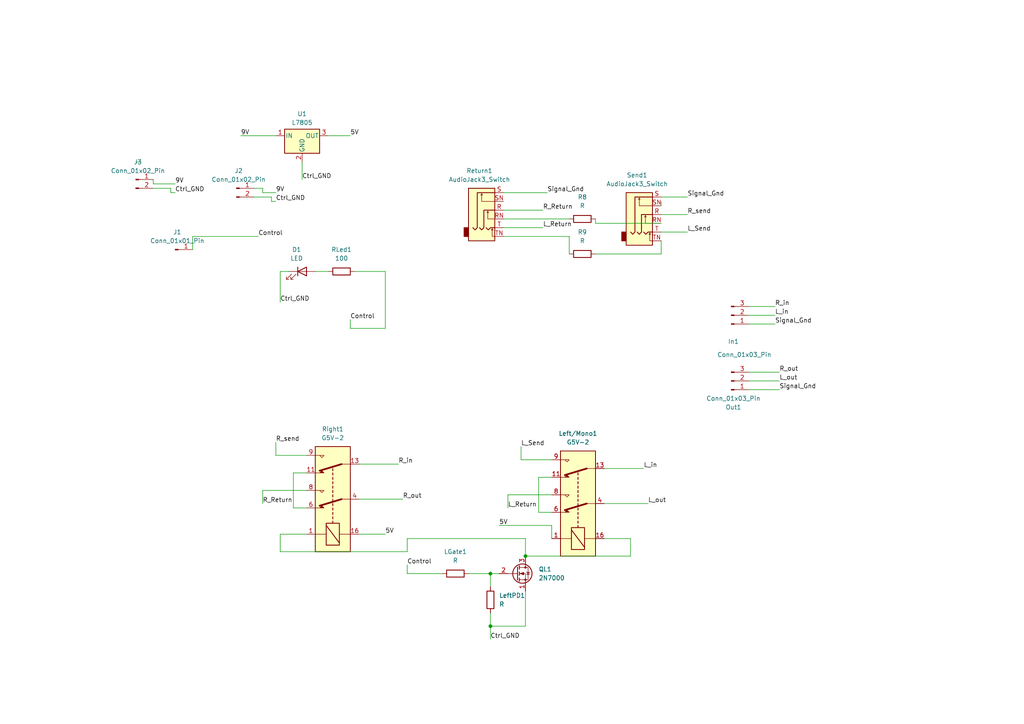
<source format=kicad_sch>
(kicad_sch (version 20230121) (generator eeschema)
  (paper "A4")
  (lib_symbols
    (symbol "Connector:Conn_01x01_Pin" (pin_names (offset 1.016) hide)
      (property "Reference" "J" (at 0 2.54 0))
      (property "Value" "Conn_01x01_Pin" (at 0 -2.54 0))
      (symbol "Conn_01x01_Pin_1_1"
        (polyline (pts (xy 1.27 0) (xy 0.8636 0)) (stroke (width 0.1524)))
        (rectangle (start 0.8636 0.127) (end 0 -0.127) (stroke (width 0.1524)) (fill (type outline)))
        (pin passive line (at 5.08 0 180) (length 3.81) (name "Pin_1") (number "1"))
      )
    )
    (symbol "Connector:Conn_01x02_Pin" (pin_names (offset 1.016) hide)
      (property "Reference" "J" (at 0 2.54 0))
      (property "Value" "Conn_01x02_Pin" (at 0 -5.08 0))
      (symbol "Conn_01x02_Pin_1_1"
        (polyline (pts (xy 1.27 -2.54) (xy 0.8636 -2.54)) (stroke (width 0.1524)))
        (polyline (pts (xy 1.27 0) (xy 0.8636 0)) (stroke (width 0.1524)))
        (rectangle (start 0.8636 -2.413) (end 0 -2.667) (stroke (width 0.1524)) (fill (type outline)))
        (rectangle (start 0.8636 0.127) (end 0 -0.127) (stroke (width 0.1524)) (fill (type outline)))
        (pin passive line (at 5.08 0 180) (length 3.81) (name "Pin_1") (number "1"))
        (pin passive line (at 5.08 -2.54 180) (length 3.81) (name "Pin_2") (number "2"))
      )
    )
    (symbol "Connector:Conn_01x03_Pin" (pin_names (offset 1.016) hide)
      (property "Reference" "J" (at 0 5.08 0))
      (property "Value" "Conn_01x03_Pin" (at 0 -5.08 0))
      (symbol "Conn_01x03_Pin_1_1"
        (polyline (pts (xy 1.27 -2.54) (xy 0.8636 -2.54)) (stroke (width 0.1524)))
        (polyline (pts (xy 1.27 0) (xy 0.8636 0)) (stroke (width 0.1524)))
        (polyline (pts (xy 1.27 2.54) (xy 0.8636 2.54)) (stroke (width 0.1524)))
        (rectangle (start 0.8636 -2.413) (end 0 -2.667) (stroke (width 0.1524)) (fill (type outline)))
        (rectangle (start 0.8636 0.127) (end 0 -0.127) (stroke (width 0.1524)) (fill (type outline)))
        (rectangle (start 0.8636 2.667) (end 0 2.413) (stroke (width 0.1524)) (fill (type outline)))
        (pin passive line (at 5.08 2.54 180) (length 3.81) (name "Pin_1") (number "1"))
        (pin passive line (at 5.08 0 180) (length 3.81) (name "Pin_2") (number "2"))
        (pin passive line (at 5.08 -2.54 180) (length 3.81) (name "Pin_3") (number "3"))
      )
    )
    (symbol "Connector_Audio:AudioJack3_Switch"
      (property "Reference" "J" (at 0 11.43 0))
      (property "Value" "AudioJack3_Switch" (at 0 8.89 0))
      (symbol "AudioJack3_Switch_0_1"
        (rectangle (start -5.08 -5.08) (end -6.35 -7.62) (stroke (width 0.254)) (fill (type outline)))
        (polyline (pts (xy -1.27 4.826) (xy -1.016 4.318)))
        (polyline (pts (xy 0.508 -0.254) (xy 0.762 -0.762)))
        (polyline (pts (xy 1.778 -5.334) (xy 2.032 -5.842)))
        (polyline (pts (xy 0 -5.08) (xy 0.635 -5.715) (xy 1.27 -5.08) (xy 2.54 -5.08)) (stroke (width 0.254)))
        (polyline (pts (xy 2.54 -7.62) (xy 1.778 -7.62) (xy 1.778 -5.334) (xy 1.524 -5.842)))
        (polyline (pts (xy 2.54 -2.54) (xy 0.508 -2.54) (xy 0.508 -0.254) (xy 0.254 -0.762)))
        (polyline (pts (xy 2.54 2.54) (xy -1.27 2.54) (xy -1.27 4.826) (xy -1.524 4.318)))
        (polyline (pts (xy -1.905 -5.08) (xy -1.27 -5.715) (xy -0.635 -5.08) (xy -0.635 0) (xy 2.54 0)) (stroke (width 0.254)))
        (polyline (pts (xy 2.54 5.08) (xy -2.54 5.08) (xy -2.54 -5.08) (xy -3.175 -5.715) (xy -3.81 -5.08)) (stroke (width 0.254)))
        (rectangle (start 2.54 6.35) (end -5.08 -8.89) (stroke (width 0.254)) (fill (type background)))
      )
      (symbol "AudioJack3_Switch_1_1"
        (pin passive line (at 5.08 0 180) (length 2.54) (name "~") (number "R"))
        (pin passive line (at 5.08 -2.54 180) (length 2.54) (name "~") (number "RN"))
        (pin passive line (at 5.08 5.08 180) (length 2.54) (name "~") (number "S"))
        (pin passive line (at 5.08 2.54 180) (length 2.54) (name "~") (number "SN"))
        (pin passive line (at 5.08 -5.08 180) (length 2.54) (name "~") (number "T"))
        (pin passive line (at 5.08 -7.62 180) (length 2.54) (name "~") (number "TN"))
      )
    )
    (symbol "Device:LED" (pin_numbers hide) (pin_names (offset 1.016) hide)
      (property "Reference" "D" (at 0 2.54 0))
      (property "Value" "LED" (at 0 -2.54 0))
      (symbol "LED_0_1"
        (polyline (pts (xy -1.27 -1.27) (xy -1.27 1.27)) (stroke (width 0.254)))
        (polyline (pts (xy -1.27 0) (xy 1.27 0)))
        (polyline (pts (xy 1.27 -1.27) (xy 1.27 1.27) (xy -1.27 0) (xy 1.27 -1.27)) (stroke (width 0.254)))
        (polyline (pts (xy -3.048 -0.762) (xy -4.572 -2.286) (xy -3.81 -2.286) (xy -4.572 -2.286) (xy -4.572 -1.524)))
        (polyline (pts (xy -1.778 -0.762) (xy -3.302 -2.286) (xy -2.54 -2.286) (xy -3.302 -2.286) (xy -3.302 -1.524)))
      )
      (symbol "LED_1_1"
        (pin passive line (at -3.81 0 0) (length 2.54) (name "K") (number "1"))
        (pin passive line (at 3.81 0 180) (length 2.54) (name "A") (number "2"))
      )
    )
    (symbol "Device:R" (pin_numbers hide) (pin_names (offset 0))
      (property "Reference" "R" (at 2.032 0 90))
      (property "Value" "R" (at 0 0 90))
      (symbol "R_0_1"
        (rectangle (start -1.016 -2.54) (end 1.016 2.54) (stroke (width 0.254)))
      )
      (symbol "R_1_1"
        (pin passive line (at 0 3.81 270) (length 1.27) (name "~") (number "1"))
        (pin passive line (at 0 -3.81 90) (length 1.27) (name "~") (number "2"))
      )
    )
    (symbol "Regulator_Linear:L7805" (pin_names (offset 0.254))
      (property "Reference" "U" (at -3.81 3.175 0))
      (property "Value" "L7805" (at 0 3.175 0))
      (symbol "L7805_0_1"
        (rectangle (start -5.08 1.905) (end 5.08 -5.08) (stroke (width 0.254)) (fill (type background)))
      )
      (symbol "L7805_1_1"
        (pin power_in line (at -7.62 0 0) (length 2.54) (name "IN") (number "1"))
        (pin power_in line (at 0 -7.62 90) (length 2.54) (name "GND") (number "2"))
        (pin power_out line (at 7.62 0 180) (length 2.54) (name "OUT") (number "3"))
      )
    )
    (symbol "Relay:G5V-2"
      (property "Reference" "K" (at 16.51 3.81 0))
      (property "Value" "G5V-2" (at 16.51 1.27 0))
      (symbol "G5V-2_0_1"
        (rectangle (start -15.24 5.08) (end 15.24 -5.08) (stroke (width 0.254)) (fill (type background)))
        (rectangle (start -13.335 1.905) (end -6.985 -1.905) (stroke (width 0.254)))
        (polyline (pts (xy -12.7 -1.905) (xy -7.62 1.905)) (stroke (width 0.254)))
        (polyline (pts (xy -10.16 -5.08) (xy -10.16 -1.905)))
        (polyline (pts (xy -10.16 5.08) (xy -10.16 1.905)))
        (polyline (pts (xy -6.985 0) (xy -6.35 0)) (stroke (width 0.254)))
        (polyline (pts (xy -5.715 0) (xy -5.08 0)) (stroke (width 0.254)))
        (polyline (pts (xy -4.445 0) (xy -3.81 0)) (stroke (width 0.254)))
        (polyline (pts (xy -3.175 0) (xy -2.54 0)) (stroke (width 0.254)))
        (polyline (pts (xy -1.905 0) (xy -1.27 0)) (stroke (width 0.254)))
        (polyline (pts (xy -0.635 0) (xy 0 0)) (stroke (width 0.254)))
        (polyline (pts (xy 0 -2.54) (xy -1.905 3.81)) (stroke (width 0.508)))
        (polyline (pts (xy 0 -2.54) (xy 0 -5.08)))
        (polyline (pts (xy 0.635 0) (xy 1.27 0)) (stroke (width 0.254)))
        (polyline (pts (xy 1.905 0) (xy 2.54 0)) (stroke (width 0.254)))
        (polyline (pts (xy 3.175 0) (xy 3.81 0)) (stroke (width 0.254)))
        (polyline (pts (xy 4.445 0) (xy 5.08 0)) (stroke (width 0.254)))
        (polyline (pts (xy 5.715 0) (xy 6.35 0)) (stroke (width 0.254)))
        (polyline (pts (xy 6.985 0) (xy 7.62 0)) (stroke (width 0.254)))
        (polyline (pts (xy 8.255 0) (xy 8.89 0)) (stroke (width 0.254)))
        (polyline (pts (xy 10.16 -2.54) (xy 8.255 3.81)) (stroke (width 0.508)))
        (polyline (pts (xy 10.16 -2.54) (xy 10.16 -5.08)))
        (polyline (pts (xy -2.54 5.08) (xy -2.54 2.54) (xy -1.905 3.175) (xy -2.54 3.81)) (fill (type outline)))
        (polyline (pts (xy 2.54 5.08) (xy 2.54 2.54) (xy 1.905 3.175) (xy 2.54 3.81)))
        (polyline (pts (xy 7.62 5.08) (xy 7.62 2.54) (xy 8.255 3.175) (xy 7.62 3.81)) (fill (type outline)))
        (polyline (pts (xy 12.7 5.08) (xy 12.7 2.54) (xy 12.065 3.175) (xy 12.7 3.81)))
      )
      (symbol "G5V-2_1_1"
        (pin passive line (at -10.16 7.62 270) (length 2.54) (name "~") (number "1"))
        (pin passive line (at 7.62 7.62 270) (length 2.54) (name "~") (number "11"))
        (pin passive line (at 10.16 -7.62 90) (length 2.54) (name "~") (number "13"))
        (pin passive line (at -10.16 -7.62 90) (length 2.54) (name "~") (number "16"))
        (pin passive line (at 0 -7.62 90) (length 2.54) (name "~") (number "4"))
        (pin passive line (at -2.54 7.62 270) (length 2.54) (name "~") (number "6"))
        (pin passive line (at 2.54 7.62 270) (length 2.54) (name "~") (number "8"))
        (pin passive line (at 12.7 7.62 270) (length 2.54) (name "~") (number "9"))
      )
    )
    (symbol "Transistor_FET:2N7000" (pin_names hide)
      (property "Reference" "Q" (at 5.08 1.905 0))
      (property "Value" "2N7000" (at 5.08 0 0))
      (symbol "2N7000_0_1"
        (polyline (pts (xy 0.254 0) (xy -2.54 0)))
        (polyline (pts (xy 0.254 1.905) (xy 0.254 -1.905)) (stroke (width 0.254)))
        (polyline (pts (xy 0.762 -1.27) (xy 0.762 -2.286)) (stroke (width 0.254)))
        (polyline (pts (xy 0.762 0.508) (xy 0.762 -0.508)) (stroke (width 0.254)))
        (polyline (pts (xy 0.762 2.286) (xy 0.762 1.27)) (stroke (width 0.254)))
        (polyline (pts (xy 2.54 2.54) (xy 2.54 1.778)))
        (polyline (pts (xy 2.54 -2.54) (xy 2.54 0) (xy 0.762 0)))
        (polyline (pts (xy 0.762 -1.778) (xy 3.302 -1.778) (xy 3.302 1.778) (xy 0.762 1.778)))
        (polyline (pts (xy 1.016 0) (xy 2.032 0.381) (xy 2.032 -0.381) (xy 1.016 0)) (fill (type outline)))
        (polyline (pts (xy 2.794 0.508) (xy 2.921 0.381) (xy 3.683 0.381) (xy 3.81 0.254)))
        (polyline (pts (xy 3.302 0.381) (xy 2.921 -0.254) (xy 3.683 -0.254) (xy 3.302 0.381)))
        (circle (center 1.651 0) (radius 2.794) (stroke (width 0.254)))
        (circle (center 2.54 -1.778) (radius 0.254) (fill (type outline)))
        (circle (center 2.54 1.778) (radius 0.254) (fill (type outline)))
      )
      (symbol "2N7000_1_1"
        (pin passive line (at 2.54 -5.08 90) (length 2.54) (name "S") (number "1"))
        (pin input line (at -5.08 0 0) (length 2.54) (name "G") (number "2"))
        (pin passive line (at 2.54 5.08 270) (length 2.54) (name "D") (number "3"))
      )
    )
  )
  (junction (at 152.4 161.29))
  (junction (at 142.24 166.37))
  (junction (at 142.24 181.61))
  (wire (pts (xy 101.6 95.25) (xy 111.76 95.25)))
  (wire (pts (xy 142.24 166.37) (xy 142.24 170.18)))
  (wire (pts (xy 118.11 166.37) (xy 128.27 166.37)))
  (wire (pts (xy 217.17 107.95) (xy 226.06 107.95)))
  (wire (pts (xy 156.21 138.43) (xy 160.02 138.43)))
  (wire (pts (xy 144.78 152.4) (xy 160.02 152.4)))
  (wire (pts (xy 118.11 163.83) (xy 118.11 166.37)))
  (wire (pts (xy 83.82 78.74) (xy 81.28 78.74)))
  (wire (pts (xy 217.17 93.98) (xy 224.79 93.98)))
  (wire (pts (xy 78.74 58.42) (xy 80.01 58.42)))
  (wire (pts (xy 146.05 55.88) (xy 158.75 55.88)))
  (wire (pts (xy 104.14 154.94) (xy 111.76 154.94)))
  (wire (pts (xy 147.32 147.32) (xy 147.32 143.51)))
  (wire (pts (xy 118.11 156.21) (xy 118.11 160.02)))
  (wire (pts (xy 50.8 53.34) (xy 44.45 53.34)))
  (wire (pts (xy 81.28 78.74) (xy 81.28 87.63)))
  (wire (pts (xy 165.1 68.58) (xy 165.1 73.66)))
  (wire (pts (xy 142.24 181.61) (xy 142.24 185.42)))
  (wire (pts (xy 146.05 60.96) (xy 157.48 60.96)))
  (wire (pts (xy 191.77 73.66) (xy 191.77 69.85)))
  (wire (pts (xy 101.6 92.71) (xy 101.6 95.25)))
  (wire (pts (xy 146.05 63.5) (xy 165.1 63.5)))
  (wire (pts (xy 76.2 146.05) (xy 76.2 142.24)))
  (wire (pts (xy 152.4 161.29) (xy 152.4 156.21)))
  (wire (pts (xy 88.9 147.32) (xy 85.09 147.32)))
  (wire (pts (xy 175.26 146.05) (xy 187.96 146.05)))
  (wire (pts (xy 80.01 132.08) (xy 80.01 128.27)))
  (wire (pts (xy 78.74 57.15) (xy 78.74 58.42)))
  (wire (pts (xy 76.2 142.24) (xy 88.9 142.24)))
  (wire (pts (xy 104.14 144.78) (xy 116.84 144.78)))
  (wire (pts (xy 95.25 39.37) (xy 101.6 39.37)))
  (wire (pts (xy 76.2 54.61) (xy 73.66 54.61)))
  (wire (pts (xy 175.26 156.21) (xy 182.88 156.21)))
  (wire (pts (xy 104.14 134.62) (xy 115.57 134.62)))
  (wire (pts (xy 44.45 54.61) (xy 49.53 54.61)))
  (wire (pts (xy 172.72 64.77) (xy 191.77 64.77)))
  (wire (pts (xy 91.44 78.74) (xy 95.25 78.74)))
  (wire (pts (xy 217.17 113.03) (xy 226.06 113.03)))
  (wire (pts (xy 111.76 95.25) (xy 111.76 78.74)))
  (wire (pts (xy 135.89 166.37) (xy 142.24 166.37)))
  (wire (pts (xy 102.87 78.74) (xy 111.76 78.74)))
  (wire (pts (xy 73.66 57.15) (xy 78.74 57.15)))
  (wire (pts (xy 191.77 57.15) (xy 199.39 57.15)))
  (wire (pts (xy 80.01 55.88) (xy 76.2 55.88)))
  (wire (pts (xy 152.4 161.29) (xy 182.88 161.29)))
  (wire (pts (xy 156.21 148.59) (xy 156.21 138.43)))
  (wire (pts (xy 142.24 166.37) (xy 144.78 166.37)))
  (wire (pts (xy 191.77 58.42) (xy 191.77 59.69)))
  (wire (pts (xy 172.72 73.66) (xy 191.77 73.66)))
  (wire (pts (xy 81.28 154.94) (xy 88.9 154.94)))
  (wire (pts (xy 118.11 156.21) (xy 152.4 156.21)))
  (wire (pts (xy 152.4 181.61) (xy 142.24 181.61)))
  (wire (pts (xy 217.17 91.44) (xy 224.79 91.44)))
  (wire (pts (xy 87.63 46.99) (xy 87.63 52.07)))
  (wire (pts (xy 85.09 147.32) (xy 85.09 137.16)))
  (wire (pts (xy 49.53 55.88) (xy 50.8 55.88)))
  (wire (pts (xy 39.37 46.99) (xy 40.64 46.99)))
  (wire (pts (xy 44.45 53.34) (xy 44.45 52.07)))
  (wire (pts (xy 49.53 54.61) (xy 49.53 55.88)))
  (wire (pts (xy 191.77 62.23) (xy 199.39 62.23)))
  (wire (pts (xy 172.72 63.5) (xy 172.72 64.77)))
  (wire (pts (xy 74.93 68.58) (xy 55.88 68.58)))
  (wire (pts (xy 217.17 88.9) (xy 224.79 88.9)))
  (wire (pts (xy 160.02 133.35) (xy 151.13 133.35)))
  (wire (pts (xy 160.02 148.59) (xy 156.21 148.59)))
  (wire (pts (xy 142.24 177.8) (xy 142.24 181.61)))
  (wire (pts (xy 152.4 171.45) (xy 152.4 181.61)))
  (wire (pts (xy 81.28 160.02) (xy 81.28 154.94)))
  (wire (pts (xy 182.88 161.29) (xy 182.88 156.21)))
  (wire (pts (xy 69.85 39.37) (xy 80.01 39.37)))
  (wire (pts (xy 146.05 68.58) (xy 165.1 68.58)))
  (wire (pts (xy 217.17 110.49) (xy 226.06 110.49)))
  (wire (pts (xy 160.02 152.4) (xy 160.02 156.21)))
  (wire (pts (xy 55.88 68.58) (xy 55.88 72.39)))
  (wire (pts (xy 151.13 133.35) (xy 151.13 129.54)))
  (wire (pts (xy 118.11 160.02) (xy 81.28 160.02)))
  (wire (pts (xy 88.9 132.08) (xy 80.01 132.08)))
  (wire (pts (xy 76.2 55.88) (xy 76.2 54.61)))
  (wire (pts (xy 85.09 137.16) (xy 88.9 137.16)))
  (wire (pts (xy 146.05 66.04) (xy 157.48 66.04)))
  (wire (pts (xy 175.26 135.89) (xy 186.69 135.89)))
  (wire (pts (xy 191.77 67.31) (xy 199.39 67.31)))
  (wire (pts (xy 147.32 143.51) (xy 160.02 143.51)))
  (label "5V" (at 101.6 39.37 0))
  (label "L_Return" (at 147.32 147.32 0))
  (label "R_Return" (at 76.2 146.05 0))
  (label "9V" (at 50.8 53.34 0))
  (label "L_out" (at 226.06 110.49 0))
  (label "R_send" (at 199.39 62.23 0))
  (label "R_out" (at 226.06 107.95 0))
  (label "Control" (at 74.93 68.58 0))
  (label "L_out" (at 187.96 146.05 0))
  (label "Control" (at 101.6 92.71 0))
  (label "Signal_Gnd" (at 199.39 57.15 0))
  (label "Ctrl_GND" (at 87.63 52.07 0))
  (label "5V" (at 144.78 152.4 0))
  (label "Ctrl_GND" (at 142.24 185.42 0))
  (label "9V" (at 69.85 39.37 0))
  (label "5V" (at 111.76 154.94 0))
  (label "R_send" (at 80.01 128.27 0))
  (label "L_Return" (at 157.48 66.04 0))
  (label "Ctrl_GND" (at 81.28 87.63 0))
  (label "L_in" (at 186.69 135.89 0))
  (label "R_in" (at 115.57 134.62 0))
  (label "Ctrl_GND" (at 50.8 55.88 0))
  (label "L_in" (at 224.79 91.44 0))
  (label "Control" (at 118.11 163.83 0))
  (label "Signal_Gnd" (at 224.79 93.98 0))
  (label "Ctrl_GND" (at 80.01 58.42 0))
  (label "L_Send" (at 199.39 67.31 0))
  (label "R_out" (at 116.84 144.78 0))
  (label "Signal_Gnd" (at 226.06 113.03 0))
  (label "Signal_Gnd" (at 158.75 55.88 0))
  (label "R_in" (at 224.79 88.9 0))
  (label "L_Send" (at 151.13 129.54 0))
  (label "9V" (at 80.01 55.88 0))
  (label "R_Return" (at 157.48 60.96 0))
  (symbol (lib_id "Connector:Conn_01x01_Pin") (at 50.8 72.39 0) (unit 1)
    (property "Reference" "J1" (at 51.435 67.31 0))
    (property "Value" "Conn_01x01_Pin" (at 51.435 69.85 0))
    (property "Footprint" "Connector_PinHeader_2.54mm:PinHeader_1x01_P2.54mm_Vertical" (effects hide))
  )
  (symbol (lib_id "Device:LED") (at 87.63 78.74 0) (unit 1)
    (property "Reference" "D1" (at 86.0425 72.39 0))
    (property "Value" "LED" (at 86.0425 74.93 0))
    (property "Footprint" "LED_THT:LED_D5.0mm" (effects hide))
  )
  (symbol (lib_id "Relay:G5V-2") (at 96.52 144.78 90) (unit 1)
    (property "Reference" "Right1" (at 96.52 124.46 90))
    (property "Value" "G5V-2" (at 96.52 127 90))
    (property "Footprint" "Relay_THT:Relay_DPDT_Omron_G5V-2" (effects hide))
    (property "Datasheet" "http://omronfs.omron.com/en_US/ecb/products/pdf/en-g5v_2.pdf" (effects hide))
  )
  (symbol (lib_id "Device:R") (at 132.08 166.37 90) (unit 1)
    (property "Reference" "LGate1" (at 132.08 160.02 90))
    (property "Value" "R" (at 132.08 162.56 90))
    (property "Footprint" "Resistor_THT:R_Axial_DIN0207_L6.3mm_D2.5mm_P7.62mm_Horizontal" (effects hide))
  )
  (symbol (lib_id "Connector:Conn_01x02_Pin") (at 39.37 52.07 0) (unit 1)
    (property "Reference" "J3" (at 40.005 46.99 0))
    (property "Value" "Conn_01x02_Pin" (at 40.005 49.53 0))
    (property "Footprint" "Connector_PinHeader_2.54mm:PinHeader_2x01_P2.54mm_Vertical" (effects hide))
  )
  (symbol (lib_id "Device:R") (at 168.91 63.5 90) (unit 1)
    (property "Reference" "R8" (at 168.91 57.15 90))
    (property "Value" "R" (at 168.91 59.69 90))
    (property "Footprint" "Resistor_SMD:R_0201_0603Metric" (effects hide))
  )
  (symbol (lib_id "Connector:Conn_01x03_Pin") (at 212.09 91.44 0) (mirror x) (unit 1)
    (property "Reference" "In1" (at 212.725 99.06 0))
    (property "Value" "Conn_01x03_Pin" (at 215.9 102.87 0))
    (property "Footprint" "Connector_PinHeader_2.54mm:PinHeader_1x03_P2.54mm_Vertical" (effects hide))
  )
  (symbol (lib_id "Device:R") (at 142.24 173.99 0) (unit 1)
    (property "Reference" "LeftPD1" (at 144.78 172.72 0) (effects (justify left)))
    (property "Value" "R" (at 144.78 175.26 0) (effects (justify left)))
    (property "Footprint" "Resistor_THT:R_Axial_DIN0207_L6.3mm_D2.5mm_P7.62mm_Horizontal" (effects hide))
  )
  (symbol (lib_id "Device:R") (at 168.91 73.66 90) (unit 1)
    (property "Reference" "R9" (at 168.91 67.31 90))
    (property "Value" "R" (at 168.91 69.85 90))
    (property "Footprint" "Resistor_SMD:R_0201_0603Metric" (effects hide))
  )
  (symbol (lib_id "Transistor_FET:2N7000") (at 149.86 166.37 0) (unit 1)
    (property "Reference" "QL1" (at 156.21 165.1 0) (effects (justify left)))
    (property "Value" "2N7000" (at 156.21 167.64 0) (effects (justify left)))
    (property "Footprint" "Package_TO_SOT_THT:TO-92_Inline" (effects hide))
    (property "Datasheet" "https://www.vishay.com/docs/70226/70226.pdf" (effects hide))
  )
  (symbol (lib_id "Connector_Audio:AudioJack3_Switch") (at 186.69 62.23 0) (unit 1)
    (property "Reference" "Send1" (at 184.785 50.8 0))
    (property "Value" "AudioJack3_Switch" (at 184.785 53.34 0))
    (property "Footprint" "Connector_Audio:Jack_6.35mm_Neutrik_NMJ6HFD3_Horizontal" (effects hide))
  )
  (symbol (lib_id "Relay:G5V-2") (at 167.64 146.05 90) (unit 1)
    (property "Reference" "Left/Mono1" (at 167.64 125.73 90))
    (property "Value" "G5V-2" (at 167.64 128.27 90))
    (property "Footprint" "Relay_THT:Relay_DPDT_Omron_G5V-2" (effects hide))
    (property "Datasheet" "http://omronfs.omron.com/en_US/ecb/products/pdf/en-g5v_2.pdf" (effects hide))
  )
  (symbol (lib_id "Regulator_Linear:L7805") (at 87.63 39.37 0) (unit 1)
    (property "Reference" "U1" (at 87.63 33.02 0))
    (property "Value" "L7805" (at 87.63 35.56 0))
    (property "Footprint" "Package_TO_SOT_THT:TO-220-3_Vertical" (effects hide))
    (property "Datasheet" "http://www.st.com/content/ccc/resource/technical/document/datasheet/41/4f/b3/b0/12/d4/47/88/CD00000444.pdf/files/CD00000444.pdf/jcr:content/translations/en.CD00000444.pdf" (effects hide))
  )
  (symbol (lib_id "Connector_Audio:AudioJack3_Switch") (at 140.97 60.96 0) (unit 1)
    (property "Reference" "Return1" (at 139.065 49.53 0))
    (property "Value" "AudioJack3_Switch" (at 139.065 52.07 0))
    (property "Footprint" "Connector_Audio:Jack_6.35mm_Neutrik_NMJ6HFD3_Horizontal" (effects hide))
  )
  (symbol (lib_id "Device:R") (at 99.06 78.74 270) (unit 1)
    (property "Reference" "RLed1" (at 99.06 72.39 90))
    (property "Value" "100" (at 99.06 74.93 90))
    (property "Footprint" "Resistor_THT:R_Axial_DIN0207_L6.3mm_D2.5mm_P7.62mm_Horizontal" (effects hide))
  )
  (symbol (lib_id "Connector:Conn_01x03_Pin") (at 212.09 110.49 0) (mirror x) (unit 1)
    (property "Reference" "Out1" (at 212.725 118.11 0))
    (property "Value" "Conn_01x03_Pin" (at 212.725 115.57 0))
    (property "Footprint" "Connector_PinHeader_2.54mm:PinHeader_1x03_P2.54mm_Vertical" (effects hide))
  )
  (symbol (lib_id "Connector:Conn_01x02_Pin") (at 68.58 54.61 0) (unit 1)
    (property "Reference" "J2" (at 69.215 49.53 0))
    (property "Value" "Conn_01x02_Pin" (at 69.215 52.07 0))
    (property "Footprint" "Connector_PinHeader_2.54mm:PinHeader_2x01_P2.54mm_Vertical" (effects hide))
  )
)
</source>
